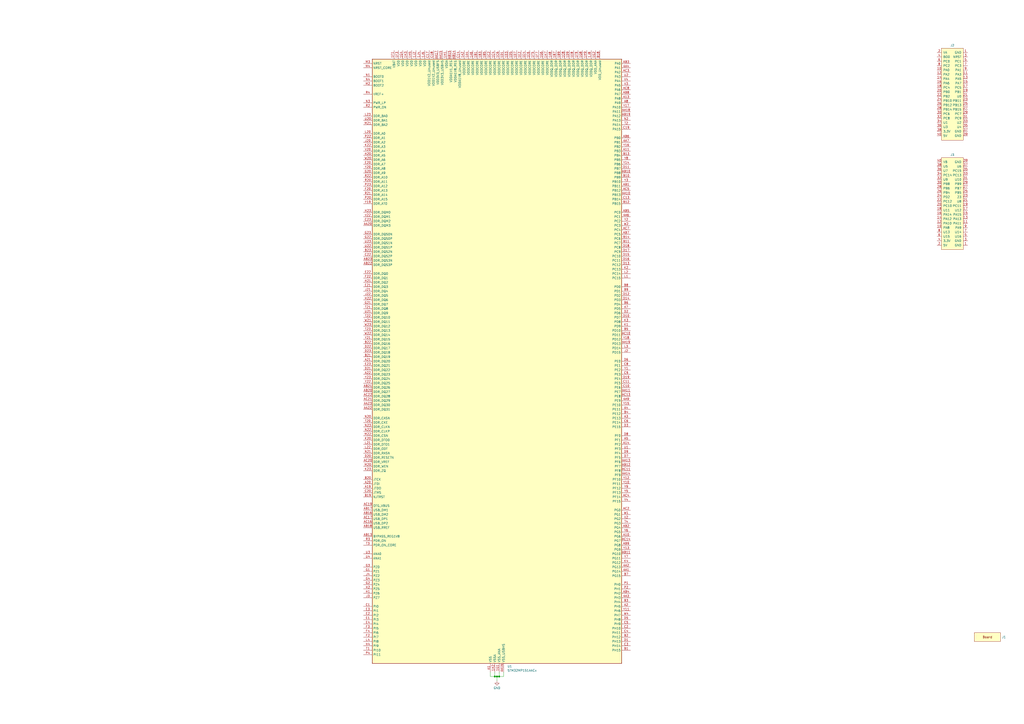
<source format=kicad_sch>
(kicad_sch (version 20230121) (generator eeschema)
  (paper "A2")
  (lib_symbols
    (symbol "power:GND" (power) (pin_names (offset 0))
      (property "Value" "GND" (at 0 -3.81 0))
      (symbol "GND_0_1"
        (polyline (pts (xy 0 0) (xy 0 -1.27) (xy 1.27 -1.27) (xy 0 -2.54) (xy -1.27 -1.27) (xy 0 -1.27)))
      )
      (symbol "GND_1_1"
        (pin power_in line (at 0 0 270) (length 0) hide (name "GND") (number "1"))
      )
    )
    (symbol "stm32world:STM32MP151AACx"
      (property "Reference" "U" (at -71.12 176.53 0))
      (property "Value" "STM32MP151AACx" (at 63.5 176.53 0))
      (symbol "STM32MP151AACx_0_1"
        (rectangle (start -71.12 -175.26) (end 73.66 175.26) (stroke (width 0.254)) (fill (type background)))
      )
      (symbol "STM32MP151AACx_1_1"
        (pin power_in line (at -17.78 180.34 270) (length 5.08) (name "VDDCORE") (number "1A2"))
        (pin passive line (at -2.54 -180.34 90) (length 5.08) hide (name "VSS") (number "1A3"))
        (pin power_in line (at -15.24 180.34 270) (length 5.08) (name "VDDCORE") (number "1A4"))
        (pin passive line (at -2.54 -180.34 90) (length 5.08) hide (name "VSS") (number "1A5"))
        (pin power_in line (at -12.7 180.34 270) (length 5.08) (name "VDDCORE") (number "1A6"))
        (pin passive line (at -2.54 -180.34 90) (length 5.08) hide (name "VSS") (number "1A7"))
        (pin power_in line (at 33.02 180.34 270) (length 5.08) (name "VDDQ_DDR") (number "1A8"))
        (pin power_in line (at -10.16 180.34 270) (length 5.08) (name "VDDCORE") (number "1B1"))
        (pin passive line (at -2.54 -180.34 90) (length 5.08) hide (name "VSS") (number "1B2"))
        (pin power_in line (at -7.62 180.34 270) (length 5.08) (name "VDDCORE") (number "1B3"))
        (pin passive line (at -2.54 -180.34 90) (length 5.08) hide (name "VSS") (number "1B4"))
        (pin power_in line (at -5.08 180.34 270) (length 5.08) (name "VDDCORE") (number "1B5"))
        (pin passive line (at -2.54 -180.34 90) (length 5.08) hide (name "VSS") (number "1B6"))
        (pin power_in line (at 35.56 180.34 270) (length 5.08) (name "VDDQ_DDR") (number "1B7"))
        (pin passive line (at -2.54 -180.34 90) (length 5.08) hide (name "VSS") (number "1B8"))
        (pin power_in line (at 38.1 180.34 270) (length 5.08) (name "VDDQ_DDR") (number "1B9"))
        (pin passive line (at -2.54 -180.34 90) (length 5.08) hide (name "VSS") (number "1C1"))
        (pin power_in line (at -2.54 180.34 270) (length 5.08) (name "VDDCORE") (number "1C2"))
        (pin passive line (at -2.54 -180.34 90) (length 5.08) hide (name "VSS") (number "1C3"))
        (pin power_in line (at 0 180.34 270) (length 5.08) (name "VDDCORE") (number "1C4"))
        (pin passive line (at -2.54 -180.34 90) (length 5.08) hide (name "VSS") (number "1C5"))
        (pin power_in line (at 2.54 180.34 270) (length 5.08) (name "VDDCORE") (number "1C6"))
        (pin passive line (at -2.54 -180.34 90) (length 5.08) hide (name "VSS") (number "1C7"))
        (pin power_in line (at 40.64 180.34 270) (length 5.08) (name "VDDQ_DDR") (number "1C8"))
        (pin passive line (at -2.54 -180.34 90) (length 5.08) hide (name "VSS") (number "1C9"))
        (pin power_in line (at 5.08 180.34 270) (length 5.08) (name "VDDCORE") (number "1D1"))
        (pin passive line (at -2.54 -180.34 90) (length 5.08) hide (name "VSS") (number "1D2"))
        (pin power_in line (at 7.62 180.34 270) (length 5.08) (name "VDDCORE") (number "1D3"))
        (pin passive line (at -2.54 -180.34 90) (length 5.08) hide (name "VSS") (number "1D4"))
        (pin power_in line (at 10.16 180.34 270) (length 5.08) (name "VDDCORE") (number "1D5"))
        (pin passive line (at -2.54 -180.34 90) (length 5.08) hide (name "VSS") (number "1D6"))
        (pin power_in line (at 12.7 180.34 270) (length 5.08) (name "VDDCORE") (number "1D7"))
        (pin passive line (at -2.54 -180.34 90) (length 5.08) hide (name "VSS") (number "1D8"))
        (pin power_in line (at 43.18 180.34 270) (length 5.08) (name "VDDQ_DDR") (number "1D9"))
        (pin passive line (at -2.54 -180.34 90) (length 5.08) hide (name "VSS") (number "1E1"))
        (pin power_in line (at 15.24 180.34 270) (length 5.08) (name "VDDCORE") (number "1E2"))
        (pin passive line (at -2.54 -180.34 90) (length 5.08) hide (name "VSS") (number "1E3"))
        (pin power_in line (at 17.78 180.34 270) (length 5.08) (name "VDDCORE") (number "1E4"))
        (pin passive line (at -2.54 -180.34 90) (length 5.08) hide (name "VSS") (number "1E5"))
        (pin power_in line (at 20.32 180.34 270) (length 5.08) (name "VDDCORE") (number "1E6"))
        (pin passive line (at -2.54 -180.34 90) (length 5.08) hide (name "VSS") (number "1E7"))
        (pin power_in line (at 45.72 180.34 270) (length 5.08) (name "VDDQ_DDR") (number "1E8"))
        (pin passive line (at -2.54 -180.34 90) (length 5.08) hide (name "VSS") (number "1E9"))
        (pin power_in line (at -58.42 180.34 270) (length 5.08) (name "VBAT") (number "1F1"))
        (pin passive line (at -2.54 -180.34 90) (length 5.08) hide (name "VSS") (number "1F2"))
        (pin power_in line (at -55.88 180.34 270) (length 5.08) (name "VDD") (number "1F3"))
        (pin passive line (at -2.54 -180.34 90) (length 5.08) hide (name "VSS") (number "1F4"))
        (pin power_in line (at 22.86 180.34 270) (length 5.08) (name "VDDCORE") (number "1F5"))
        (pin passive line (at -2.54 -180.34 90) (length 5.08) hide (name "VSS") (number "1F6"))
        (pin power_in line (at 25.4 180.34 270) (length 5.08) (name "VDDCORE") (number "1F7"))
        (pin passive line (at -2.54 -180.34 90) (length 5.08) hide (name "VSS") (number "1F8"))
        (pin power_in line (at 48.26 180.34 270) (length 5.08) (name "VDDQ_DDR") (number "1F9"))
        (pin power_in line (at 2.54 -180.34 90) (length 5.08) (name "VSS_ANA") (number "1G1"))
        (pin power_in line (at 58.42 180.34 270) (length 5.08) (name "VDD_ANA") (number "1G2"))
        (pin passive line (at -2.54 -180.34 90) (length 5.08) hide (name "VSS") (number "1G3"))
        (pin power_in line (at -53.34 180.34 270) (length 5.08) (name "VDD") (number "1G4"))
        (pin passive line (at -2.54 -180.34 90) (length 5.08) hide (name "VSS") (number "1G5"))
        (pin power_in line (at 27.94 180.34 270) (length 5.08) (name "VDDCORE") (number "1G6"))
        (pin passive line (at -2.54 -180.34 90) (length 5.08) hide (name "VSS") (number "1G7"))
        (pin power_in line (at 50.8 180.34 270) (length 5.08) (name "VDDQ_DDR") (number "1G8"))
        (pin passive line (at -2.54 -180.34 90) (length 5.08) hide (name "VSS") (number "1G9"))
        (pin power_in line (at -27.94 180.34 270) (length 5.08) (name "VDDA") (number "1H1"))
        (pin power_in line (at 0 -180.34 90) (length 5.08) (name "VSSA") (number "1H2"))
        (pin power_in line (at -50.8 180.34 270) (length 5.08) (name "VDD") (number "1H3"))
        (pin passive line (at -2.54 -180.34 90) (length 5.08) hide (name "VSS") (number "1H4"))
        (pin power_in line (at -48.26 180.34 270) (length 5.08) (name "VDD") (number "1H5"))
        (pin passive line (at -2.54 -180.34 90) (length 5.08) hide (name "VSS") (number "1H6"))
        (pin power_in line (at 30.48 180.34 270) (length 5.08) (name "VDDCORE") (number "1H7"))
        (pin passive line (at -2.54 -180.34 90) (length 5.08) hide (name "VSS") (number "1H8"))
        (pin power_in line (at 53.34 180.34 270) (length 5.08) (name "VDDQ_DDR") (number "1H9"))
        (pin power_in line (at -45.72 180.34 270) (length 5.08) (name "VDD") (number "1J2"))
        (pin passive line (at -2.54 -180.34 90) (length 5.08) hide (name "VSS") (number "1J3"))
        (pin power_in line (at -43.18 180.34 270) (length 5.08) (name "VDD") (number "1J4"))
        (pin passive line (at -2.54 -180.34 90) (length 5.08) hide (name "VSS") (number "1J5"))
        (pin power_in line (at -40.64 180.34 270) (length 5.08) (name "VDD") (number "1J6"))
        (pin passive line (at -2.54 -180.34 90) (length 5.08) hide (name "VSS") (number "1J7"))
        (pin power_in line (at 55.88 180.34 270) (length 5.08) (name "VDDQ_DDR") (number "1J8"))
        (pin power_in line (at -2.54 -180.34 90) (length 5.08) (name "VSS") (number "A1"))
        (pin bidirectional line (at 78.74 -101.6 180) (length 5.08) (name "PG6") (number "A10"))
        (pin bidirectional line (at 78.74 121.92 180) (length 5.08) (name "PB3") (number "A11"))
        (pin bidirectional line (at 78.74 152.4 180) (length 5.08) (name "PA8") (number "A13"))
        (pin bidirectional line (at 78.74 -48.26 180) (length 5.08) (name "PF2") (number "A14"))
        (pin no_connect line (at -71.12 -175.26 0) (length 5.08) hide (name "DNU") (number "A16"))
        (pin no_connect line (at -71.12 -172.72 0) (length 5.08) hide (name "DNU") (number "A17"))
        (pin bidirectional line (at -76.2 -73.66 0) (length 5.08) (name "JTDO") (number "A19"))
        (pin bidirectional line (at 78.74 -142.24 180) (length 5.08) (name "PH5") (number "A2"))
        (pin bidirectional line (at -76.2 -71.12 0) (length 5.08) (name "JTDI") (number "A20"))
        (pin bidirectional line (at -76.2 0 0) (length 5.08) (name "DDR_DQ20") (number "A21"))
        (pin bidirectional line (at -76.2 -7.62 0) (length 5.08) (name "DDR_DQ23") (number "A22"))
        (pin passive line (at -2.54 -180.34 90) (length 5.08) hide (name "VSS") (number "A23"))
        (pin bidirectional line (at 78.74 -33.02 180) (length 5.08) (name "PE13") (number "A3"))
        (pin bidirectional line (at 78.74 -27.94 180) (length 5.08) (name "PE11") (number "A4"))
        (pin bidirectional line (at 78.74 -45.72 180) (length 5.08) (name "PF1") (number "A5"))
        (pin bidirectional line (at 78.74 30.48 180) (length 5.08) (name "PD5") (number "A7"))
        (pin bidirectional line (at 78.74 149.86 180) (length 5.08) (name "PA9") (number "A8"))
        (pin bidirectional line (at 78.74 -121.92 180) (length 5.08) (name "PG14") (number "AA1"))
        (pin bidirectional line (at 78.74 96.52 180) (length 5.08) (name "PB13") (number "AA10"))
        (pin bidirectional line (at 78.74 -17.78 180) (length 5.08) (name "PE7") (number "AA11"))
        (pin passive line (at -2.54 -180.34 90) (length 5.08) hide (name "VSS") (number "AA12"))
        (pin bidirectional line (at 78.74 -58.42 180) (length 5.08) (name "PF6") (number "AA13"))
        (pin bidirectional line (at 78.74 -66.04 180) (length 5.08) (name "PF9") (number "AA14"))
        (pin power_in line (at -30.48 180.34 270) (length 5.08) (name "VDD3V3_USBHS") (number "AA15"))
        (pin power_in line (at 5.08 -180.34 90) (length 5.08) (name "VSS_USBHS") (number "AA16"))
        (pin power_in line (at -33.02 180.34 270) (length 5.08) (name "VDD3V3_USBFS") (number "AA17"))
        (pin bidirectional line (at 78.74 144.78 180) (length 5.08) (name "PA11") (number "AA18"))
        (pin bidirectional line (at 78.74 10.16 180) (length 5.08) (name "PD13") (number "AA19"))
        (pin bidirectional line (at 78.74 -119.38 180) (length 5.08) (name "PG13") (number "AA2"))
        (pin bidirectional line (at -76.2 78.74 0) (length 5.08) (name "DDR_DQM3") (number "AA20"))
        (pin passive line (at -2.54 -180.34 90) (length 5.08) hide (name "VSS") (number "AA21"))
        (pin bidirectional line (at -76.2 -27.94 0) (length 5.08) (name "DDR_DQ31") (number "AA22"))
        (pin bidirectional line (at -76.2 -25.4 0) (length 5.08) (name "DDR_DQ30") (number "AA23"))
        (pin bidirectional line (at 78.74 -137.16 180) (length 5.08) (name "PH3") (number "AA3"))
        (pin bidirectional line (at 78.74 170.18 180) (length 5.08) (name "PA1") (number "AA4"))
        (pin passive line (at -2.54 -180.34 90) (length 5.08) hide (name "VSS") (number "AA5"))
        (pin bidirectional line (at 78.74 83.82 180) (length 5.08) (name "PC1") (number "AA6"))
        (pin bidirectional line (at 78.74 127 180) (length 5.08) (name "PB1") (number "AA7"))
        (pin passive line (at -2.54 -180.34 90) (length 5.08) hide (name "VSS") (number "AA8"))
        (pin bidirectional line (at 78.74 -22.86 180) (length 5.08) (name "PE9") (number "AA9"))
        (pin bidirectional line (at 78.74 101.6 180) (length 5.08) (name "PB11") (number "AB1"))
        (pin bidirectional line (at 78.74 109.22 180) (length 5.08) (name "PB8") (number "AB10"))
        (pin bidirectional line (at 78.74 -111.76 180) (length 5.08) (name "PG10") (number "AB11"))
        (pin bidirectional line (at 78.74 -60.96 180) (length 5.08) (name "PF7") (number "AB12"))
        (pin bidirectional line (at -76.2 -101.6 0) (length 5.08) (name "BYPASS_REG1V8") (number "AB13"))
        (pin power_in line (at -22.86 180.34 270) (length 5.08) (name "VDDA1V8_REG") (number "AB14"))
        (pin power_in line (at -25.4 180.34 270) (length 5.08) (name "VDDA1V1_REG") (number "AB15"))
        (pin bidirectional line (at -76.2 -88.9 0) (length 5.08) (name "USB_DM2") (number "AB16"))
        (pin bidirectional line (at -76.2 -86.36 0) (length 5.08) (name "USB_DM1") (number "AB17"))
        (pin bidirectional line (at -76.2 -96.52 0) (length 5.08) (name "USB_RREF") (number "AB18"))
        (pin bidirectional line (at 78.74 142.24 180) (length 5.08) (name "PA12") (number "AB19"))
        (pin bidirectional line (at 78.74 -96.52 180) (length 5.08) (name "PG4") (number "AB2"))
        (pin bidirectional line (at -76.2 -17.78 0) (length 5.08) (name "DDR_DQ27") (number "AB20"))
        (pin bidirectional line (at -76.2 -15.24 0) (length 5.08) (name "DDR_DQ26") (number "AB21"))
        (pin bidirectional line (at -76.2 55.88 0) (length 5.08) (name "DDR_DQS3P") (number "AB22"))
        (pin bidirectional line (at -76.2 58.42 0) (length 5.08) (name "DDR_DQS3N") (number "AB23"))
        (pin bidirectional line (at 78.74 172.72 180) (length 5.08) (name "PA0") (number "AB3"))
        (pin bidirectional line (at 78.74 -134.62 180) (length 5.08) (name "PH2") (number "AB4"))
        (pin bidirectional line (at 78.74 86.36 180) (length 5.08) (name "PC0") (number "AB5"))
        (pin bidirectional line (at 78.74 129.54 180) (length 5.08) (name "PB0") (number "AB6"))
        (pin bidirectional line (at 78.74 73.66 180) (length 5.08) (name "PC5") (number "AB7"))
        (pin bidirectional line (at 78.74 154.94 180) (length 5.08) (name "PA7") (number "AB8"))
        (pin bidirectional line (at 78.74 -106.68 180) (length 5.08) (name "PG8") (number "AB9"))
        (pin passive line (at -2.54 -180.34 90) (length 5.08) hide (name "VSS") (number "AC1"))
        (pin bidirectional line (at 78.74 15.24 180) (length 5.08) (name "PD11") (number "AC10"))
        (pin bidirectional line (at 78.74 -63.5 180) (length 5.08) (name "PF8") (number "AC11"))
        (pin bidirectional line (at 78.74 -20.32 180) (length 5.08) (name "PE8") (number "AC13"))
        (pin bidirectional line (at 78.74 -104.14 180) (length 5.08) (name "PG7") (number "AC14"))
        (pin bidirectional line (at -76.2 -93.98 0) (length 5.08) (name "USB_DP2") (number "AC16"))
        (pin bidirectional line (at -76.2 -91.44 0) (length 5.08) (name "USB_DP1") (number "AC17"))
        (pin bidirectional line (at -76.2 -83.82 0) (length 5.08) (name "OTG_VBUS") (number "AC19"))
        (pin bidirectional line (at 78.74 -86.36 180) (length 5.08) (name "PG0") (number "AC2"))
        (pin bidirectional line (at -76.2 -58.42 0) (length 5.08) (name "DDR_VREF") (number "AC20"))
        (pin bidirectional line (at -76.2 -22.86 0) (length 5.08) (name "DDR_DQ29") (number "AC21"))
        (pin bidirectional line (at -76.2 -20.32 0) (length 5.08) (name "DDR_DQ28") (number "AC22"))
        (pin passive line (at -2.54 -180.34 90) (length 5.08) hide (name "VSS") (number "AC23"))
        (pin bidirectional line (at 78.74 167.64 180) (length 5.08) (name "PA2") (number "AC3"))
        (pin bidirectional line (at 78.74 -78.74 180) (length 5.08) (name "PF14") (number "AC4"))
        (pin bidirectional line (at 78.74 99.06 180) (length 5.08) (name "PB12") (number "AC5"))
        (pin bidirectional line (at 78.74 76.2 180) (length 5.08) (name "PC4") (number "AC7"))
        (pin bidirectional line (at 78.74 157.48 180) (length 5.08) (name "PA6") (number "AC8"))
        (pin bidirectional line (at 78.74 -167.64 180) (length 5.08) (name "PH15") (number "B1"))
        (pin bidirectional line (at 78.74 106.68 180) (length 5.08) (name "PB9") (number "B10"))
        (pin bidirectional line (at 78.74 68.58 180) (length 5.08) (name "PC7") (number "B11"))
        (pin bidirectional line (at 78.74 91.44 180) (length 5.08) (name "PB15") (number "B12"))
        (pin bidirectional line (at 78.74 119.38 180) (length 5.08) (name "PB4") (number "B13"))
        (pin bidirectional line (at 78.74 71.12 180) (length 5.08) (name "PC6") (number "B14"))
        (pin no_connect line (at -71.12 -170.18 0) (length 5.08) hide (name "DNU") (number "B15"))
        (pin no_connect line (at -71.12 -167.64 0) (length 5.08) hide (name "DNU") (number "B16"))
        (pin no_connect line (at -71.12 -165.1 0) (length 5.08) hide (name "DNU") (number "B17"))
        (pin power_in line (at 60.96 180.34 270) (length 5.08) (name "VDD_Unused") (number "B18"))
        (pin bidirectional line (at -76.2 -78.74 0) (length 5.08) (name "NJTRST") (number "B19"))
        (pin bidirectional line (at 78.74 -160.02 180) (length 5.08) (name "PH12") (number "B2"))
        (pin bidirectional line (at -76.2 -68.58 0) (length 5.08) (name "JTCK") (number "B20"))
        (pin bidirectional line (at -76.2 2.54 0) (length 5.08) (name "DDR_DQ19") (number "B21"))
        (pin bidirectional line (at -76.2 10.16 0) (length 5.08) (name "DDR_DQ16") (number "B22"))
        (pin bidirectional line (at -76.2 63.5 0) (length 5.08) (name "DDR_DQS2N") (number "B23"))
        (pin bidirectional line (at 78.74 -139.7 180) (length 5.08) (name "PH4") (number "B3"))
        (pin bidirectional line (at 78.74 -30.48 180) (length 5.08) (name "PE12") (number "B4"))
        (pin bidirectional line (at 78.74 17.78 180) (length 5.08) (name "PD10") (number "B5"))
        (pin bidirectional line (at 78.74 33.02 180) (length 5.08) (name "PD4") (number "B6"))
        (pin bidirectional line (at 78.74 -124.46 180) (length 5.08) (name "PG15") (number "B7"))
        (pin bidirectional line (at 78.74 43.18 180) (length 5.08) (name "PD0") (number "B8"))
        (pin bidirectional line (at 78.74 40.64 180) (length 5.08) (name "PD1") (number "B9"))
        (pin bidirectional line (at -76.2 -142.24 0) (length 5.08) (name "PI0") (number "C1"))
        (pin bidirectional line (at 78.74 -15.24 180) (length 5.08) (name "PE6") (number "C10"))
        (pin bidirectional line (at 78.74 -12.7 180) (length 5.08) (name "PE5") (number "C11"))
        (pin passive line (at -2.54 -180.34 90) (length 5.08) hide (name "VSS") (number "C12"))
        (pin bidirectional line (at 78.74 93.98 180) (length 5.08) (name "PB14") (number "C13"))
        (pin power_in line (at -20.32 180.34 270) (length 5.08) (name "VDDA1V8_Unused") (number "C14"))
        (pin no_connect line (at -71.12 -162.56 0) (length 5.08) hide (name "DNU") (number "C15"))
        (pin passive line (at -2.54 -180.34 90) (length 5.08) hide (name "VSS") (number "C16"))
        (pin power_in line (at -38.1 180.34 270) (length 5.08) (name "VDD1V2_Unused") (number "C17"))
        (pin power_in line (at -35.56 180.34 270) (length 5.08) (name "VDD1V2_Unused") (number "C18"))
        (pin bidirectional line (at 78.74 134.62 180) (length 5.08) (name "PA15") (number "C19"))
        (pin bidirectional line (at 78.74 -154.94 180) (length 5.08) (name "PH10") (number "C2"))
        (pin bidirectional line (at -76.2 -76.2 0) (length 5.08) (name "JTMS") (number "C20"))
        (pin passive line (at -2.54 -180.34 90) (length 5.08) hide (name "VSS") (number "C21"))
        (pin bidirectional line (at -76.2 60.96 0) (length 5.08) (name "DDR_DQS2P") (number "C22"))
        (pin bidirectional line (at -76.2 81.28 0) (length 5.08) (name "DDR_DQM2") (number "C23"))
        (pin bidirectional line (at 78.74 -165.1 180) (length 5.08) (name "PH14") (number "C3"))
        (pin bidirectional line (at 78.74 -157.48 180) (length 5.08) (name "PH11") (number "C4"))
        (pin bidirectional line (at 78.74 -152.4 180) (length 5.08) (name "PH9") (number "C5"))
        (pin bidirectional line (at 78.74 -35.56 180) (length 5.08) (name "PE14") (number "C6"))
        (pin passive line (at -2.54 -180.34 90) (length 5.08) hide (name "VSS") (number "C7"))
        (pin bidirectional line (at 78.74 -2.54 180) (length 5.08) (name "PE1") (number "C8"))
        (pin bidirectional line (at 78.74 -7.62 180) (length 5.08) (name "PE3") (number "C9"))
        (pin bidirectional line (at 78.74 -162.56 180) (length 5.08) (name "PH13") (number "D1"))
        (pin bidirectional line (at 78.74 25.4 180) (length 5.08) (name "PD7") (number "D10"))
        (pin bidirectional line (at 78.74 111.76 180) (length 5.08) (name "PB7") (number "D11"))
        (pin bidirectional line (at 78.74 38.1 180) (length 5.08) (name "PD2") (number "D12"))
        (pin bidirectional line (at 78.74 55.88 180) (length 5.08) (name "PC12") (number "D13"))
        (pin bidirectional line (at 78.74 35.56 180) (length 5.08) (name "PD3") (number "D14"))
        (pin bidirectional line (at 78.74 60.96 180) (length 5.08) (name "PC10") (number "D15"))
        (pin bidirectional line (at 78.74 58.42 180) (length 5.08) (name "PC11") (number "D16"))
        (pin bidirectional line (at 78.74 63.5 180) (length 5.08) (name "PC9") (number "D17"))
        (pin bidirectional line (at 78.74 66.04 180) (length 5.08) (name "PC8") (number "D18"))
        (pin bidirectional line (at 78.74 -10.16 180) (length 5.08) (name "PE4") (number "D19"))
        (pin bidirectional line (at 78.74 27.94 180) (length 5.08) (name "PD6") (number "D2"))
        (pin bidirectional line (at -76.2 -55.88 0) (length 5.08) (name "DDR_RESETN") (number "D20"))
        (pin bidirectional line (at -76.2 -5.08 0) (length 5.08) (name "DDR_DQ22") (number "D21"))
        (pin bidirectional line (at -76.2 7.62 0) (length 5.08) (name "DDR_DQ17") (number "D22"))
        (pin bidirectional line (at -76.2 5.08 0) (length 5.08) (name "DDR_DQ18") (number "D23"))
        (pin bidirectional line (at 78.74 -38.1 180) (length 5.08) (name "PE15") (number "D3"))
        (pin passive line (at -2.54 -180.34 90) (length 5.08) hide (name "VSS") (number "D4"))
        (pin bidirectional line (at 78.74 -149.86 180) (length 5.08) (name "PH8") (number "D5"))
        (pin bidirectional line (at 78.74 0 180) (length 5.08) (name "PE0") (number "D6"))
        (pin bidirectional line (at 78.74 -55.88 180) (length 5.08) (name "PF5") (number "D7"))
        (pin bidirectional line (at 78.74 -43.18 180) (length 5.08) (name "PF0") (number "D8"))
        (pin bidirectional line (at 78.74 -53.34 180) (length 5.08) (name "PF4") (number "D9"))
        (pin bidirectional line (at -76.2 -149.86 0) (length 5.08) (name "PI3") (number "E1"))
        (pin bidirectional line (at -76.2 -147.32 0) (length 5.08) (name "PI2") (number "E2"))
        (pin bidirectional line (at -76.2 114.3 0) (length 5.08) (name "DDR_A7") (number "E20"))
        (pin bidirectional line (at -76.2 43.18 0) (length 5.08) (name "DDR_DQ3") (number "E21"))
        (pin bidirectional line (at -76.2 50.8 0) (length 5.08) (name "DDR_DQ0") (number "E22"))
        (pin bidirectional line (at -76.2 -2.54 0) (length 5.08) (name "DDR_DQ21") (number "E23"))
        (pin bidirectional line (at -76.2 -144.78 0) (length 5.08) (name "PI1") (number "E3"))
        (pin bidirectional line (at -76.2 -152.4 0) (length 5.08) (name "PI4") (number "E4"))
        (pin bidirectional line (at -76.2 -160.02 0) (length 5.08) (name "PI7") (number "F2"))
        (pin bidirectional line (at -76.2 99.06 0) (length 5.08) (name "DDR_A13") (number "F20"))
        (pin passive line (at -2.54 -180.34 90) (length 5.08) hide (name "VSS") (number "F21"))
        (pin bidirectional line (at -76.2 48.26 0) (length 5.08) (name "DDR_DQ1") (number "F22"))
        (pin bidirectional line (at -76.2 -154.94 0) (length 5.08) (name "PI5") (number "F3"))
        (pin bidirectional line (at -76.2 -157.48 0) (length 5.08) (name "PI6") (number "F4"))
        (pin bidirectional line (at -76.2 -121.92 0) (length 5.08) (name "PZ1") (number "G1"))
        (pin bidirectional line (at -76.2 -129.54 0) (length 5.08) (name "PZ4") (number "G2"))
        (pin bidirectional line (at -76.2 109.22 0) (length 5.08) (name "DDR_A9") (number "G20"))
        (pin bidirectional line (at -76.2 33.02 0) (length 5.08) (name "DDR_DQ7") (number "G21"))
        (pin bidirectional line (at -76.2 71.12 0) (length 5.08) (name "DDR_DQS0P") (number "G22"))
        (pin bidirectional line (at -76.2 73.66 0) (length 5.08) (name "DDR_DQS0N") (number "G23"))
        (pin bidirectional line (at -76.2 -119.38 0) (length 5.08) (name "PZ0") (number "G3"))
        (pin bidirectional line (at -76.2 -127 0) (length 5.08) (name "PZ3") (number "G4"))
        (pin bidirectional line (at -76.2 -134.62 0) (length 5.08) (name "PZ6") (number "H1"))
        (pin bidirectional line (at -76.2 -132.08 0) (length 5.08) (name "PZ5") (number "H2"))
        (pin bidirectional line (at -76.2 119.38 0) (length 5.08) (name "DDR_A5") (number "H20"))
        (pin bidirectional line (at -76.2 45.72 0) (length 5.08) (name "DDR_DQ2") (number "H21"))
        (pin bidirectional line (at -76.2 35.56 0) (length 5.08) (name "DDR_DQ6") (number "H22"))
        (pin bidirectional line (at -76.2 86.36 0) (length 5.08) (name "DDR_DQM0") (number "H23"))
        (pin passive line (at -2.54 -180.34 90) (length 5.08) hide (name "VSS") (number "H3"))
        (pin bidirectional line (at -76.2 -165.1 0) (length 5.08) (name "PI9") (number "H4"))
        (pin bidirectional line (at 78.74 5.08 180) (length 5.08) (name "PD15") (number "J2"))
        (pin bidirectional line (at -76.2 127 0) (length 5.08) (name "DDR_A2") (number "J20"))
        (pin bidirectional line (at -76.2 40.64 0) (length 5.08) (name "DDR_DQ4") (number "J21"))
        (pin bidirectional line (at -76.2 38.1 0) (length 5.08) (name "DDR_DQ5") (number "J22"))
        (pin bidirectional line (at -76.2 -137.16 0) (length 5.08) (name "PZ7") (number "J3"))
        (pin bidirectional line (at -76.2 -124.46 0) (length 5.08) (name "PZ2") (number "J4"))
        (pin bidirectional line (at 78.74 20.32 180) (length 5.08) (name "PD9") (number "K1"))
        (pin bidirectional line (at 78.74 53.34 180) (length 5.08) (name "PC13") (number "K2"))
        (pin bidirectional line (at -76.2 -45.72 0) (length 5.08) (name "DDR_DTO0") (number "K20"))
        (pin passive line (at -2.54 -180.34 90) (length 5.08) hide (name "VSS") (number "K21"))
        (pin bidirectional line (at -76.2 124.46 0) (length 5.08) (name "DDR_A3") (number "K22"))
        (pin bidirectional line (at -76.2 -63.5 0) (length 5.08) (name "DDR_ZQ") (number "K23"))
        (pin bidirectional line (at 78.74 22.86 180) (length 5.08) (name "PD8") (number "K3"))
        (pin bidirectional line (at 78.74 -116.84 180) (length 5.08) (name "PG12") (number "K4"))
        (pin bidirectional line (at 78.74 48.26 180) (length 5.08) (name "PC15") (number "L1"))
        (pin bidirectional line (at 78.74 50.8 180) (length 5.08) (name "PC14") (number "L2"))
        (pin bidirectional line (at -76.2 132.08 0) (length 5.08) (name "DDR_A0") (number "L20"))
        (pin bidirectional line (at -76.2 -48.26 0) (length 5.08) (name "DDR_DTO1") (number "L21"))
        (pin bidirectional line (at -76.2 -50.8 0) (length 5.08) (name "DDR_ODT") (number "L22"))
        (pin bidirectional line (at -76.2 142.24 0) (length 5.08) (name "DDR_BA0") (number "L23"))
        (pin bidirectional line (at 78.74 7.62 180) (length 5.08) (name "PD14") (number "L3"))
        (pin bidirectional line (at -76.2 -162.56 0) (length 5.08) (name "PI8") (number "L4"))
        (pin input line (at -76.2 160.02 0) (length 5.08) (name "BOOT2") (number "M2"))
        (pin bidirectional line (at -76.2 -60.96 0) (length 5.08) (name "DDR_WEN") (number "M20"))
        (pin bidirectional line (at -76.2 137.16 0) (length 5.08) (name "DDR_BA2") (number "M21"))
        (pin bidirectional line (at -76.2 -43.18 0) (length 5.08) (name "DDR_CSN") (number "M22"))
        (pin input line (at -76.2 172.72 0) (length 5.08) (name "NRST") (number "M3"))
        (pin input line (at -76.2 170.18 0) (length 5.08) (name "NRST_CORE") (number "M4"))
        (pin input line (at -76.2 165.1 0) (length 5.08) (name "BOOT0") (number "N1"))
        (pin bidirectional line (at 78.74 139.7 180) (length 5.08) (name "PA13") (number "N2"))
        (pin bidirectional line (at -76.2 -33.02 0) (length 5.08) (name "DDR_CASN") (number "N20"))
        (pin bidirectional line (at -76.2 -53.34 0) (length 5.08) (name "DDR_RASN") (number "N21"))
        (pin bidirectional line (at -76.2 -40.64 0) (length 5.08) (name "DDR_CLKP") (number "N22"))
        (pin bidirectional line (at -76.2 -38.1 0) (length 5.08) (name "DDR_CLKN") (number "N23"))
        (pin output line (at -76.2 149.86 0) (length 5.08) (name "PWR_LP") (number "N3"))
        (pin input line (at -76.2 162.56 0) (length 5.08) (name "BOOT1") (number "N4"))
        (pin bidirectional line (at 78.74 -129.54 180) (length 5.08) (name "PH0") (number "P1"))
        (pin bidirectional line (at 78.74 -132.08 180) (length 5.08) (name "PH1") (number "P2"))
        (pin bidirectional line (at -76.2 93.98 0) (length 5.08) (name "DDR_A15") (number "P20"))
        (pin passive line (at -2.54 -180.34 90) (length 5.08) hide (name "VSS") (number "P21"))
        (pin bidirectional line (at -76.2 129.54 0) (length 5.08) (name "DDR_A1") (number "P22"))
        (pin bidirectional line (at -76.2 101.6 0) (length 5.08) (name "DDR_A12") (number "P23"))
        (pin passive line (at -2.54 -180.34 90) (length 5.08) hide (name "VSS") (number "P3"))
        (pin bidirectional line (at -76.2 -170.18 0) (length 5.08) (name "PI11") (number "P4"))
        (pin output line (at -76.2 147.32 0) (length 5.08) (name "PWR_ON") (number "R2"))
        (pin bidirectional line (at -76.2 104.14 0) (length 5.08) (name "DDR_A11") (number "R20"))
        (pin bidirectional line (at -76.2 96.52 0) (length 5.08) (name "DDR_A14") (number "R21"))
        (pin bidirectional line (at -76.2 106.68 0) (length 5.08) (name "DDR_A10") (number "R22"))
        (pin bidirectional line (at -76.2 -104.14 0) (length 5.08) (name "PDR_ON") (number "R3"))
        (pin input line (at -76.2 154.94 0) (length 5.08) (name "VREF+") (number "R4"))
        (pin bidirectional line (at -76.2 -167.64 0) (length 5.08) (name "PI10") (number "T1"))
        (pin bidirectional line (at 78.74 137.16 180) (length 5.08) (name "PA14") (number "T2"))
        (pin bidirectional line (at -76.2 -35.56 0) (length 5.08) (name "DDR_CKE") (number "T20"))
        (pin bidirectional line (at -76.2 30.48 0) (length 5.08) (name "DDR_DQ8") (number "T21"))
        (pin bidirectional line (at -76.2 25.4 0) (length 5.08) (name "DDR_DQ10") (number "T22"))
        (pin bidirectional line (at -76.2 17.78 0) (length 5.08) (name "DDR_DQ13") (number "T23"))
        (pin bidirectional line (at -76.2 -106.68 0) (length 5.08) (name "PDR_ON_CORE") (number "T3"))
        (pin bidirectional line (at 78.74 -93.98 180) (length 5.08) (name "PG3") (number "T4"))
        (pin bidirectional line (at 78.74 -50.8 180) (length 5.08) (name "PF3") (number "U1"))
        (pin bidirectional line (at 78.74 165.1 180) (length 5.08) (name "PA3") (number "U2"))
        (pin bidirectional line (at -76.2 139.7 0) (length 5.08) (name "DDR_BA1") (number "U20"))
        (pin bidirectional line (at -76.2 27.94 0) (length 5.08) (name "DDR_DQ9") (number "U21"))
        (pin bidirectional line (at -76.2 66.04 0) (length 5.08) (name "DDR_DQS1P") (number "U22"))
        (pin bidirectional line (at -76.2 68.58 0) (length 5.08) (name "DDR_DQS1N") (number "U23"))
        (pin bidirectional line (at -76.2 -111.76 0) (length 5.08) (name "ANA0") (number "U3"))
        (pin bidirectional line (at -76.2 -114.3 0) (length 5.08) (name "ANA1") (number "U4"))
        (pin bidirectional line (at 78.74 -91.44 180) (length 5.08) (name "PG2") (number "V2"))
        (pin bidirectional line (at -76.2 121.92 0) (length 5.08) (name "DDR_A4") (number "V20"))
        (pin passive line (at -2.54 -180.34 90) (length 5.08) hide (name "VSS") (number "V21"))
        (pin bidirectional line (at -76.2 83.82 0) (length 5.08) (name "DDR_DQM1") (number "V22"))
        (pin bidirectional line (at 78.74 160.02 180) (length 5.08) (name "PA5") (number "V3"))
        (pin bidirectional line (at 78.74 162.56 180) (length 5.08) (name "PA4") (number "V4"))
        (pin bidirectional line (at 78.74 -88.9 180) (length 5.08) (name "PG1") (number "W1"))
        (pin bidirectional line (at 78.74 78.74 180) (length 5.08) (name "PC3") (number "W2"))
        (pin bidirectional line (at -76.2 116.84 0) (length 5.08) (name "DDR_A6") (number "W20"))
        (pin bidirectional line (at -76.2 22.86 0) (length 5.08) (name "DDR_DQ11") (number "W21"))
        (pin bidirectional line (at -76.2 15.24 0) (length 5.08) (name "DDR_DQ14") (number "W22"))
        (pin bidirectional line (at -76.2 20.32 0) (length 5.08) (name "DDR_DQ12") (number "W23"))
        (pin passive line (at -2.54 -180.34 90) (length 5.08) hide (name "VSS") (number "W3"))
        (pin bidirectional line (at 78.74 -147.32 180) (length 5.08) (name "PH7") (number "W4"))
        (pin bidirectional line (at 78.74 -5.08 180) (length 5.08) (name "PE2") (number "Y1"))
        (pin bidirectional line (at 78.74 -71.12 180) (length 5.08) (name "PF11") (number "Y10"))
        (pin bidirectional line (at 78.74 -144.78 180) (length 5.08) (name "PH6") (number "Y11"))
        (pin bidirectional line (at 78.74 -68.58 180) (length 5.08) (name "PF10") (number "Y12"))
        (pin bidirectional line (at 78.74 -109.22 180) (length 5.08) (name "PG9") (number "Y13"))
        (pin bidirectional line (at 78.74 114.3 180) (length 5.08) (name "PB6") (number "Y14"))
        (pin bidirectional line (at 78.74 -25.4 180) (length 5.08) (name "PE10") (number "Y15"))
        (pin bidirectional line (at 78.74 124.46 180) (length 5.08) (name "PB2") (number "Y16"))
        (pin bidirectional line (at 78.74 147.32 180) (length 5.08) (name "PA10") (number "Y17"))
        (pin bidirectional line (at 78.74 12.7 180) (length 5.08) (name "PD12") (number "Y18"))
        (pin bidirectional line (at -76.2 91.44 0) (length 5.08) (name "DDR_ATO") (number "Y19"))
        (pin bidirectional line (at 78.74 81.28 180) (length 5.08) (name "PC2") (number "Y2"))
        (pin bidirectional line (at -76.2 111.76 0) (length 5.08) (name "DDR_A8") (number "Y20"))
        (pin bidirectional line (at -76.2 12.7 0) (length 5.08) (name "DDR_DQ15") (number "Y21"))
        (pin bidirectional line (at -76.2 -12.7 0) (length 5.08) (name "DDR_DQ25") (number "Y22"))
        (pin bidirectional line (at -76.2 -10.16 0) (length 5.08) (name "DDR_DQ24") (number "Y23"))
        (pin bidirectional line (at 78.74 104.14 180) (length 5.08) (name "PB10") (number "Y3"))
        (pin bidirectional line (at 78.74 -81.28 180) (length 5.08) (name "PF15") (number "Y4"))
        (pin bidirectional line (at 78.74 -76.2 180) (length 5.08) (name "PF13") (number "Y5"))
        (pin bidirectional line (at 78.74 -99.06 180) (length 5.08) (name "PG5") (number "Y6"))
        (pin bidirectional line (at 78.74 -114.3 180) (length 5.08) (name "PG11") (number "Y7"))
        (pin bidirectional line (at 78.74 116.84 180) (length 5.08) (name "PB5") (number "Y8"))
        (pin bidirectional line (at 78.74 -73.66 180) (length 5.08) (name "PF12") (number "Y9"))
      )
    )
    (symbol "stm32world:STM32WORLD_BOARD" (pin_names (offset 1.016))
      (property "Reference" "J" (at -6.35 3.81 0))
      (symbol "STM32WORLD_BOARD_0_0"
        (text "Board" (at 0 0 0) (effects (font (size 1.27 1.27))))
      )
      (symbol "STM32WORLD_BOARD_0_1"
        (rectangle (start -7.62 2.54) (end 7.62 -2.54) (stroke (width 0.1524)) (fill (type background)))
      )
    )
    (symbol "stm32world:STM32WORLD_CONNECTOR_1" (pin_names (offset 1.016))
      (property "Reference" "J" (at -6.35 27.94 0))
      (symbol "STM32WORLD_CONNECTOR_1_0_1"
        (rectangle (start -6.35 26.67) (end 6.35 -26.67) (fill (type background)))
      )
      (symbol "STM32WORLD_CONNECTOR_1_1_1"
        (pin passive line (at 8.89 24.13 180) (length 2.54) (name "GND") (number "1"))
        (pin passive line (at -8.89 13.97 0) (length 2.54) (name "PA0") (number "10"))
        (pin passive line (at 8.89 11.43 180) (length 2.54) (name "PA3") (number "11"))
        (pin passive line (at -8.89 11.43 0) (length 2.54) (name "PA2") (number "12"))
        (pin passive line (at 8.89 8.89 180) (length 2.54) (name "PA5") (number "13"))
        (pin passive line (at -8.89 8.89 0) (length 2.54) (name "PA4") (number "14"))
        (pin passive line (at 8.89 6.35 180) (length 2.54) (name "PA7") (number "15"))
        (pin passive line (at -8.89 6.35 0) (length 2.54) (name "PA6") (number "16"))
        (pin passive line (at 8.89 3.81 180) (length 2.54) (name "PC5") (number "17"))
        (pin passive line (at -8.89 3.81 0) (length 2.54) (name "PC4") (number "18"))
        (pin passive line (at 8.89 1.27 180) (length 2.54) (name "PB1") (number "19"))
        (pin passive line (at -8.89 24.13 0) (length 2.54) (name "VA") (number "2"))
        (pin passive line (at -8.89 1.27 0) (length 2.54) (name "PB0") (number "20"))
        (pin passive line (at 8.89 -1.27 180) (length 2.54) (name "U0") (number "21"))
        (pin passive line (at -8.89 -1.27 0) (length 2.54) (name "PB2") (number "22"))
        (pin passive line (at 8.89 -3.81 180) (length 2.54) (name "PB11") (number "23"))
        (pin passive line (at -8.89 -3.81 0) (length 2.54) (name "PB10") (number "24"))
        (pin passive line (at 8.89 -6.35 180) (length 2.54) (name "PB13") (number "25"))
        (pin passive line (at -8.89 -6.35 0) (length 2.54) (name "PB12") (number "26"))
        (pin passive line (at 8.89 -8.89 180) (length 2.54) (name "PB15") (number "27"))
        (pin passive line (at -8.89 -8.89 0) (length 2.54) (name "PB14") (number "28"))
        (pin passive line (at 8.89 -11.43 180) (length 2.54) (name "PC7") (number "29"))
        (pin passive line (at 8.89 21.59 180) (length 2.54) (name "NRST") (number "3"))
        (pin passive line (at -8.89 -11.43 0) (length 2.54) (name "PC6") (number "30"))
        (pin passive line (at 8.89 -13.97 180) (length 2.54) (name "PC9") (number "31"))
        (pin passive line (at -8.89 -13.97 0) (length 2.54) (name "PC8") (number "32"))
        (pin passive line (at 8.89 -16.51 180) (length 2.54) (name "U2") (number "33"))
        (pin passive line (at -8.89 -16.51 0) (length 2.54) (name "U1") (number "34"))
        (pin passive line (at 8.89 -19.05 180) (length 2.54) (name "U4") (number "35"))
        (pin passive line (at -8.89 -19.05 0) (length 2.54) (name "U3") (number "36"))
        (pin passive line (at 8.89 -21.59 180) (length 2.54) (name "GND") (number "37"))
        (pin passive line (at -8.89 -21.59 0) (length 2.54) (name "3.3V") (number "38"))
        (pin passive line (at 8.89 -24.13 180) (length 2.54) (name "GND") (number "39"))
        (pin passive line (at -8.89 21.59 0) (length 2.54) (name "BO0") (number "4"))
        (pin passive line (at -8.89 -24.13 0) (length 2.54) (name "5V") (number "40"))
        (pin passive line (at 8.89 19.05 180) (length 2.54) (name "PC1") (number "5"))
        (pin passive line (at -8.89 19.05 0) (length 2.54) (name "PC0") (number "6"))
        (pin passive line (at 8.89 16.51 180) (length 2.54) (name "PC3") (number "7"))
        (pin passive line (at -8.89 16.51 0) (length 2.54) (name "PC2") (number "8"))
        (pin passive line (at 8.89 13.97 180) (length 2.54) (name "PA1") (number "9"))
      )
    )
    (symbol "stm32world:STM32WORLD_CONNECTOR_2" (pin_names (offset 1.016))
      (property "Reference" "J" (at -5.08 27.94 0))
      (symbol "STM32WORLD_CONNECTOR_2_0_1"
        (rectangle (start 6.35 26.67) (end -6.35 -26.67) (fill (type background)))
      )
      (symbol "STM32WORLD_CONNECTOR_2_1_1"
        (pin passive line (at 8.89 -24.13 180) (length 2.54) (name "GND") (number "1"))
        (pin passive line (at -8.89 -13.97 0) (length 2.54) (name "PA8") (number "10"))
        (pin passive line (at 8.89 -11.43 180) (length 2.54) (name "PA11") (number "11"))
        (pin passive line (at -8.89 -11.43 0) (length 2.54) (name "PA10") (number "12"))
        (pin passive line (at 8.89 -8.89 180) (length 2.54) (name "PA13") (number "13"))
        (pin passive line (at -8.89 -8.89 0) (length 2.54) (name "PA12") (number "14"))
        (pin passive line (at 8.89 -6.35 180) (length 2.54) (name "PA15") (number "15"))
        (pin passive line (at -8.89 -6.35 0) (length 2.54) (name "PA14") (number "16"))
        (pin passive line (at 8.89 -3.81 180) (length 2.54) (name "U12") (number "17"))
        (pin passive line (at -8.89 -3.81 0) (length 2.54) (name "U11") (number "18"))
        (pin passive line (at 8.89 -1.27 180) (length 2.54) (name "PC11") (number "19"))
        (pin passive line (at -8.89 -24.13 0) (length 2.54) (name "5V") (number "2"))
        (pin passive line (at -8.89 -1.27 0) (length 2.54) (name "PC10") (number "20"))
        (pin passive line (at 8.89 1.27 180) (length 2.54) (name "U8") (number "21"))
        (pin passive line (at -8.89 1.27 0) (length 2.54) (name "PC12") (number "22"))
        (pin passive line (at 8.89 3.81 180) (length 2.54) (name "23") (number "23"))
        (pin passive line (at -8.89 3.81 0) (length 2.54) (name "PD2") (number "24"))
        (pin passive line (at 8.89 6.35 180) (length 2.54) (name "PB5") (number "25"))
        (pin passive line (at -8.89 6.35 0) (length 2.54) (name "PB4") (number "26"))
        (pin passive line (at 8.89 8.89 180) (length 2.54) (name "PB7") (number "27"))
        (pin passive line (at -8.89 8.89 0) (length 2.54) (name "PB6") (number "28"))
        (pin passive line (at 8.89 11.43 180) (length 2.54) (name "PB9") (number "29"))
        (pin passive line (at 8.89 -21.59 180) (length 2.54) (name "GND") (number "3"))
        (pin passive line (at -8.89 11.43 0) (length 2.54) (name "PB8") (number "30"))
        (pin passive line (at 8.89 13.97 180) (length 2.54) (name "U10") (number "31"))
        (pin passive line (at -8.89 13.97 0) (length 2.54) (name "U9") (number "32"))
        (pin passive line (at 8.89 16.51 180) (length 2.54) (name "PC13") (number "33"))
        (pin passive line (at -8.89 16.51 0) (length 2.54) (name "PC14") (number "34"))
        (pin passive line (at 8.89 19.05 180) (length 2.54) (name "PC15") (number "35"))
        (pin passive line (at -8.89 19.05 0) (length 2.54) (name "U7") (number "36"))
        (pin passive line (at 8.89 21.59 180) (length 2.54) (name "U6") (number "37"))
        (pin passive line (at -8.89 21.59 0) (length 2.54) (name "U5") (number "38"))
        (pin passive line (at 8.89 24.13 180) (length 2.54) (name "GND") (number "39"))
        (pin passive line (at -8.89 -21.59 0) (length 2.54) (name "3.3V") (number "4"))
        (pin passive line (at -8.89 24.13 0) (length 2.54) (name "VB") (number "40"))
        (pin passive line (at 8.89 -19.05 180) (length 2.54) (name "U16") (number "5"))
        (pin passive line (at -8.89 -19.05 0) (length 2.54) (name "U15") (number "6"))
        (pin passive line (at 8.89 -16.51 180) (length 2.54) (name "U14") (number "7"))
        (pin passive line (at -8.89 -16.51 0) (length 2.54) (name "U13") (number "8"))
        (pin passive line (at 8.89 -13.97 180) (length 2.54) (name "PA9") (number "9"))
      )
    )
  )
  (junction (at 287.02 392.43))
  (junction (at 288.29 392.43))
  (junction (at 289.56 392.43))
  (wire (pts (xy 287.02 389.89) (xy 287.02 392.43)))
  (wire (pts (xy 289.56 392.43) (xy 292.1 392.43)))
  (wire (pts (xy 292.1 392.43) (xy 292.1 389.89)))
  (wire (pts (xy 284.48 392.43) (xy 287.02 392.43)))
  (wire (pts (xy 288.29 392.43) (xy 289.56 392.43)))
  (wire (pts (xy 288.29 392.43) (xy 288.29 394.97)))
  (wire (pts (xy 287.02 392.43) (xy 288.29 392.43)))
  (wire (pts (xy 284.48 389.89) (xy 284.48 392.43)))
  (wire (pts (xy 289.56 389.89) (xy 289.56 392.43)))
  (symbol (lib_id "stm32world:STM32WORLD_CONNECTOR_2") (at 552.45 118.11 0) (unit 1)
    (property "Reference" "J3" (at 552.45 89.8469 0))
    (property "Value" "STM32WORLD_CONNECTOR_2" (effects hide))
    (property "Footprint" "stm32world:PinSocket_2x20_P2.54mm_Vertical_Stackable" (effects hide))
    (property "LCSC" "C35165" (effects hide))
  )
  (symbol (lib_id "stm32world:STM32WORLD_BOARD") (at 572.77 369.57 0) (unit 1)
    (property "Reference" "J1" (at 581.1012 369.57 0) (effects (justify left)))
    (property "Value" "STM32WORLD_BOARD" (effects hide))
    (property "Footprint" "stm32world:STM32WORLD_BOARD" (effects hide))
  )
  (symbol (lib_id "stm32world:STM32MP151AACx") (at 287.02 209.55 0) (unit 1)
    (property "Reference" "U1" (at 294.2941 386.5301 0) (effects (justify left)))
    (property "Value" "STM32MP151AACx" (at 294.2941 388.9543 0) (effects (justify left)))
    (property "Footprint" "stm32world:TFBGA361_12X12_STM" (effects hide))
    (property "Datasheet" "https://www.st.com/resource/en/datasheet/stm32mp151a.pdf" (effects hide))
    (property "LCSC" "C1555473" (effects hide))
  )
  (symbol (lib_id "power:GND") (at 288.29 394.97 0) (unit 1)
    (property "Reference" "#PWR01" (effects hide))
    (property "Value" "GND" (at 288.29 399.1031 0))
  )
  (symbol (lib_id "stm32world:STM32WORLD_CONNECTOR_1") (at 552.45 54.61 0) (unit 1)
    (property "Reference" "J2" (at 552.45 26.3469 0))
    (property "Value" "STM32WORLD_CONNECTOR_1" (effects hide))
    (property "Footprint" "stm32world:PinSocket_2x20_P2.54mm_Vertical_Stackable" (effects hide))
    (property "LCSC" "C35165" (effects hide))
  )
)
</source>
